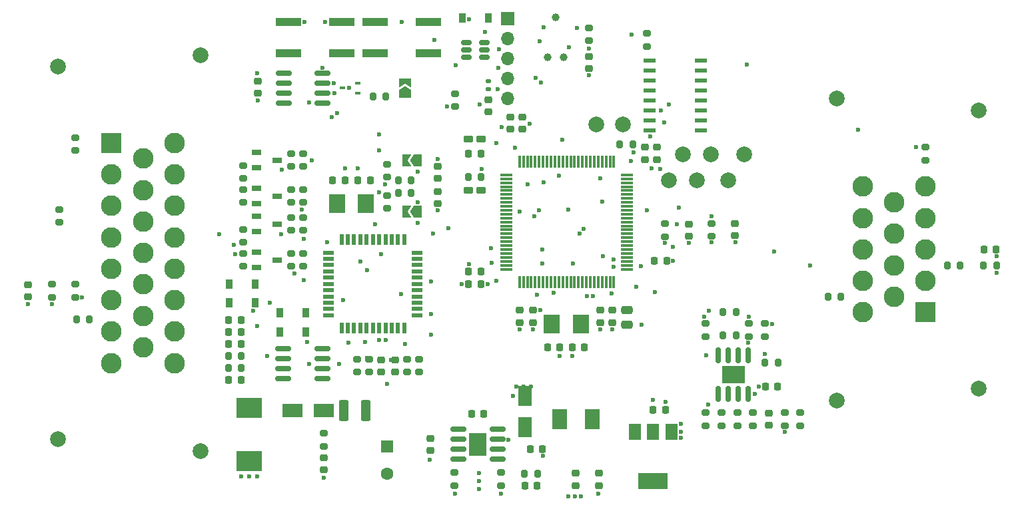
<source format=gbr>
%TF.GenerationSoftware,KiCad,Pcbnew,7.0.0-rc1-unknown-0.4.rc2.fc37*%
%TF.CreationDate,2023-02-14T20:33:30-08:00*%
%TF.ProjectId,prius_gen2,70726975-735f-4676-956e-322e6b696361,rev?*%
%TF.SameCoordinates,Original*%
%TF.FileFunction,Soldermask,Top*%
%TF.FilePolarity,Negative*%
%FSLAX46Y46*%
G04 Gerber Fmt 4.6, Leading zero omitted, Abs format (unit mm)*
G04 Created by KiCad (PCBNEW 7.0.0-rc1-unknown-0.4.rc2.fc37) date 2023-02-14 20:33:30*
%MOMM*%
%LPD*%
G01*
G04 APERTURE LIST*
G04 Aperture macros list*
%AMRoundRect*
0 Rectangle with rounded corners*
0 $1 Rounding radius*
0 $2 $3 $4 $5 $6 $7 $8 $9 X,Y pos of 4 corners*
0 Add a 4 corners polygon primitive as box body*
4,1,4,$2,$3,$4,$5,$6,$7,$8,$9,$2,$3,0*
0 Add four circle primitives for the rounded corners*
1,1,$1+$1,$2,$3*
1,1,$1+$1,$4,$5*
1,1,$1+$1,$6,$7*
1,1,$1+$1,$8,$9*
0 Add four rect primitives between the rounded corners*
20,1,$1+$1,$2,$3,$4,$5,0*
20,1,$1+$1,$4,$5,$6,$7,0*
20,1,$1+$1,$6,$7,$8,$9,0*
20,1,$1+$1,$8,$9,$2,$3,0*%
%AMFreePoly0*
4,1,6,1.000000,0.000000,0.500000,-0.750000,-0.500000,-0.750000,-0.500000,0.750000,0.500000,0.750000,1.000000,0.000000,1.000000,0.000000,$1*%
%AMFreePoly1*
4,1,6,0.500000,-0.750000,-0.650000,-0.750000,-0.150000,0.000000,-0.650000,0.750000,0.500000,0.750000,0.500000,-0.750000,0.500000,-0.750000,$1*%
G04 Aperture macros list end*
%ADD10RoundRect,0.200000X-0.275000X0.200000X-0.275000X-0.200000X0.275000X-0.200000X0.275000X0.200000X0*%
%ADD11RoundRect,0.225000X-0.250000X0.225000X-0.250000X-0.225000X0.250000X-0.225000X0.250000X0.225000X0*%
%ADD12RoundRect,0.225000X-0.225000X-0.250000X0.225000X-0.250000X0.225000X0.250000X-0.225000X0.250000X0*%
%ADD13RoundRect,0.200000X0.200000X0.275000X-0.200000X0.275000X-0.200000X-0.275000X0.200000X-0.275000X0*%
%ADD14RoundRect,0.225000X0.250000X-0.225000X0.250000X0.225000X-0.250000X0.225000X-0.250000X-0.225000X0*%
%ADD15R,3.200000X1.000000*%
%ADD16RoundRect,0.150000X-0.825000X-0.150000X0.825000X-0.150000X0.825000X0.150000X-0.825000X0.150000X0*%
%ADD17RoundRect,0.225000X0.225000X0.250000X-0.225000X0.250000X-0.225000X-0.250000X0.225000X-0.250000X0*%
%ADD18R,2.000000X2.400000*%
%ADD19RoundRect,0.212500X0.400000X0.212500X-0.400000X0.212500X-0.400000X-0.212500X0.400000X-0.212500X0*%
%ADD20RoundRect,0.200000X0.275000X-0.200000X0.275000X0.200000X-0.275000X0.200000X-0.275000X-0.200000X0*%
%ADD21RoundRect,0.200000X-0.200000X-0.275000X0.200000X-0.275000X0.200000X0.275000X-0.200000X0.275000X0*%
%ADD22FreePoly0,180.000000*%
%ADD23FreePoly1,180.000000*%
%ADD24RoundRect,0.250000X-0.375000X-1.075000X0.375000X-1.075000X0.375000X1.075000X-0.375000X1.075000X0*%
%ADD25R,0.700000X0.450000*%
%ADD26R,3.300000X2.500000*%
%ADD27R,2.500000X1.800000*%
%ADD28R,1.800000X2.500000*%
%ADD29RoundRect,0.250000X-0.475000X0.250000X-0.475000X-0.250000X0.475000X-0.250000X0.475000X0.250000X0*%
%ADD30FreePoly0,90.000000*%
%ADD31FreePoly1,90.000000*%
%ADD32R,1.500000X2.000000*%
%ADD33R,3.800000X2.000000*%
%ADD34R,2.290000X3.000000*%
%ADD35RoundRect,0.150000X0.150000X-0.825000X0.150000X0.825000X-0.150000X0.825000X-0.150000X-0.825000X0*%
%ADD36R,3.000000X2.290000*%
%ADD37R,1.900000X2.500000*%
%ADD38RoundRect,0.218750X0.218750X0.256250X-0.218750X0.256250X-0.218750X-0.256250X0.218750X-0.256250X0*%
%ADD39RoundRect,0.137500X-0.662500X-0.137500X0.662500X-0.137500X0.662500X0.137500X-0.662500X0.137500X0*%
%ADD40R,0.900000X1.200000*%
%ADD41RoundRect,0.150000X0.512500X0.150000X-0.512500X0.150000X-0.512500X-0.150000X0.512500X-0.150000X0*%
%ADD42R,1.220000X0.650000*%
%ADD43RoundRect,0.075000X0.075000X-0.725000X0.075000X0.725000X-0.075000X0.725000X-0.075000X-0.725000X0*%
%ADD44RoundRect,0.075000X0.725000X-0.075000X0.725000X0.075000X-0.725000X0.075000X-0.725000X-0.075000X0*%
%ADD45R,1.473200X0.508000*%
%ADD46R,0.508000X1.473200*%
%ADD47RoundRect,0.135000X0.185000X-0.135000X0.185000X0.135000X-0.185000X0.135000X-0.185000X-0.135000X0*%
%ADD48RoundRect,0.150000X0.825000X0.150000X-0.825000X0.150000X-0.825000X-0.150000X0.825000X-0.150000X0*%
%ADD49R,1.600000X1.600000*%
%ADD50C,1.600000*%
%ADD51C,2.000000*%
%ADD52R,2.625000X2.625000*%
%ADD53C,2.625000*%
%ADD54C,0.990600*%
%ADD55R,1.700000X1.700000*%
%ADD56O,1.700000X1.700000*%
%ADD57C,0.600000*%
G04 APERTURE END LIST*
D10*
%TO.C,R13*%
X91285500Y-104247000D03*
X91285500Y-105897000D03*
%TD*%
D11*
%TO.C,C29*%
X122873500Y-126295000D03*
X122873500Y-127845000D03*
%TD*%
%TO.C,C31*%
X136373500Y-123845000D03*
X136373500Y-125395000D03*
%TD*%
D12*
%TO.C,C32*%
X149082500Y-125210000D03*
X150632500Y-125210000D03*
%TD*%
%TO.C,C33*%
X141666000Y-120765000D03*
X143216000Y-120765000D03*
%TD*%
%TO.C,C34*%
X148423500Y-129845000D03*
X149973500Y-129845000D03*
%TD*%
D13*
%TO.C,R29*%
X150023500Y-128345000D03*
X148373500Y-128345000D03*
%TD*%
D10*
%TO.C,R7*%
X130871000Y-88977000D03*
X130871000Y-90627000D03*
%TD*%
%TO.C,R42*%
X199322500Y-86782000D03*
X199322500Y-88432000D03*
%TD*%
%TO.C,R28*%
X145373500Y-128195000D03*
X145373500Y-129845000D03*
%TD*%
D11*
%TO.C,C35*%
X154873500Y-128295000D03*
X154873500Y-129845000D03*
%TD*%
%TO.C,C36*%
X157795000Y-128295000D03*
X157795000Y-129845000D03*
%TD*%
D12*
%TO.C,C37*%
X164703500Y-120193500D03*
X166253500Y-120193500D03*
%TD*%
D14*
%TO.C,C13*%
X137328500Y-90777000D03*
X137328500Y-89227000D03*
%TD*%
D11*
%TO.C,C14*%
X137328500Y-92452000D03*
X137328500Y-94002000D03*
%TD*%
%TO.C,C15*%
X85285500Y-104297000D03*
X85285500Y-105847000D03*
%TD*%
D15*
%TO.C,SW1*%
X129340499Y-70828999D03*
X136140499Y-70828999D03*
X129340499Y-74828999D03*
X136140499Y-74828999D03*
%TD*%
D16*
%TO.C,U4*%
X117765000Y-77374500D03*
X117765000Y-78644500D03*
X117765000Y-79914500D03*
X117765000Y-81184500D03*
X122715000Y-81184500D03*
X122715000Y-79914500D03*
X122715000Y-78644500D03*
X122715000Y-77374500D03*
%TD*%
D17*
%TO.C,C6*%
X142822000Y-102604000D03*
X141272000Y-102604000D03*
%TD*%
D11*
%TO.C,C38*%
X169225000Y-96571500D03*
X169225000Y-98121500D03*
%TD*%
%TO.C,C41*%
X175130500Y-96529500D03*
X175130500Y-98079500D03*
%TD*%
D10*
%TO.C,R11*%
X88285500Y-104247000D03*
X88285500Y-105897000D03*
%TD*%
D13*
%TO.C,R12*%
X93087500Y-108700000D03*
X91437500Y-108700000D03*
%TD*%
%TO.C,R10*%
X133982000Y-92599500D03*
X132332000Y-92599500D03*
%TD*%
%TO.C,R25*%
X130755000Y-80315500D03*
X129105000Y-80315500D03*
%TD*%
D10*
%TO.C,R26*%
X122873500Y-123195000D03*
X122873500Y-124845000D03*
%TD*%
D18*
%TO.C,Y1*%
X151817499Y-109334999D03*
X155517499Y-109334999D03*
%TD*%
D15*
%TO.C,SW2*%
X118340499Y-70828999D03*
X125140499Y-70828999D03*
X118340499Y-74828999D03*
X125140499Y-74828999D03*
%TD*%
D19*
%TO.C,D2*%
X142817500Y-92317000D03*
X141192500Y-92317000D03*
%TD*%
D20*
%TO.C,R8*%
X130871000Y-94602500D03*
X130871000Y-92952500D03*
%TD*%
D13*
%TO.C,R9*%
X133982000Y-90983500D03*
X132332000Y-90983500D03*
%TD*%
D10*
%TO.C,R35*%
X166225000Y-96521500D03*
X166225000Y-98171500D03*
%TD*%
D21*
%TO.C,R30*%
X186940500Y-105831000D03*
X188590500Y-105831000D03*
%TD*%
D22*
%TO.C,JP2*%
X134778500Y-95002000D03*
D23*
X133328500Y-95002000D03*
%TD*%
D24*
%TO.C,L1*%
X125373500Y-120345000D03*
X128173500Y-120345000D03*
%TD*%
D10*
%TO.C,R1*%
X156525000Y-71616500D03*
X156525000Y-73266500D03*
%TD*%
D25*
%TO.C,D3*%
X127194999Y-79929499D03*
X127194999Y-78629499D03*
X125194999Y-79279499D03*
%TD*%
D26*
%TO.C,D4*%
X113373499Y-119944999D03*
X113373499Y-126744999D03*
%TD*%
D27*
%TO.C,D5*%
X122873499Y-120344999D03*
X118873499Y-120344999D03*
%TD*%
D28*
%TO.C,D6*%
X148396999Y-122447499D03*
X148396999Y-118447499D03*
%TD*%
D29*
%TO.C,FB1*%
X161414500Y-107496000D03*
X161414500Y-109396000D03*
%TD*%
D10*
%TO.C,R45*%
X172130500Y-96479500D03*
X172130500Y-98129500D03*
%TD*%
%TO.C,R27*%
X139473500Y-128195000D03*
X139473500Y-129845000D03*
%TD*%
D13*
%TO.C,R6*%
X142850000Y-90602500D03*
X141200000Y-90602500D03*
%TD*%
D10*
%TO.C,R2*%
X139507000Y-79998500D03*
X139507000Y-81648500D03*
%TD*%
D30*
%TO.C,JP3*%
X133215000Y-80004500D03*
D31*
X133215000Y-78554500D03*
%TD*%
D22*
%TO.C,JP1*%
X134778500Y-88502000D03*
D23*
X133328500Y-88502000D03*
%TD*%
D32*
%TO.C,U6*%
X167022999Y-122976999D03*
X164722999Y-122976999D03*
D33*
X164722999Y-129276999D03*
D32*
X162422999Y-122976999D03*
%TD*%
D16*
%TO.C,U5*%
X139968500Y-122690000D03*
X139968500Y-123960000D03*
X139968500Y-125230000D03*
X139968500Y-126500000D03*
X144918500Y-126500000D03*
X144918500Y-125230000D03*
X144918500Y-123960000D03*
X144918500Y-122690000D03*
D34*
X142443499Y-124594999D03*
%TD*%
D10*
%TO.C,R18*%
X163954500Y-72315000D03*
X163954500Y-73965000D03*
%TD*%
D12*
%TO.C,C17*%
X206739000Y-99798500D03*
X208289000Y-99798500D03*
%TD*%
D21*
%TO.C,R16*%
X202102500Y-101830500D03*
X203752500Y-101830500D03*
%TD*%
%TO.C,R17*%
X206689500Y-101830500D03*
X208339500Y-101830500D03*
%TD*%
D35*
%TO.C,U7*%
X173006500Y-118221500D03*
X174276500Y-118221500D03*
X175546500Y-118221500D03*
X176816500Y-118221500D03*
X176816500Y-113271500D03*
X175546500Y-113271500D03*
X174276500Y-113271500D03*
X173006500Y-113271500D03*
D36*
X174911499Y-115746499D03*
%TD*%
D13*
%TO.C,R41*%
X175236500Y-107746500D03*
X173586500Y-107746500D03*
%TD*%
D11*
%TO.C,C39*%
X179411500Y-120646500D03*
X179411500Y-122196500D03*
%TD*%
D17*
%TO.C,C40*%
X180511500Y-117246500D03*
X178961500Y-117246500D03*
%TD*%
D20*
%TO.C,R43*%
X171411500Y-122246500D03*
X171411500Y-120596500D03*
%TD*%
D13*
%TO.C,R34*%
X180561500Y-114246500D03*
X178911500Y-114246500D03*
%TD*%
D20*
%TO.C,R38*%
X171411500Y-110896500D03*
X171411500Y-109246500D03*
%TD*%
%TO.C,R36*%
X181411500Y-122246500D03*
X181411500Y-120596500D03*
%TD*%
D10*
%TO.C,R37*%
X177411500Y-120596500D03*
X177411500Y-122246500D03*
%TD*%
D20*
%TO.C,R33*%
X176911500Y-110896500D03*
X176911500Y-109246500D03*
%TD*%
D10*
%TO.C,R31*%
X175411500Y-120596500D03*
X175411500Y-122246500D03*
%TD*%
%TO.C,R32*%
X183411500Y-120596500D03*
X183411500Y-122246500D03*
%TD*%
D20*
%TO.C,R39*%
X178911500Y-110896500D03*
X178911500Y-109246500D03*
%TD*%
D10*
%TO.C,R40*%
X173411500Y-120596500D03*
X173411500Y-122246500D03*
%TD*%
D13*
%TO.C,R44*%
X175236500Y-110746500D03*
X173586500Y-110746500D03*
%TD*%
D37*
%TO.C,L2*%
X152854999Y-121399499D03*
X156954999Y-121399499D03*
%TD*%
D12*
%TO.C,C2*%
X154416500Y-112256000D03*
X155966500Y-112256000D03*
%TD*%
D11*
%TO.C,C7*%
X147762000Y-107544000D03*
X147762000Y-109094000D03*
%TD*%
%TO.C,C4*%
X159509500Y-107544000D03*
X159509500Y-109094000D03*
%TD*%
%TO.C,C8*%
X149476500Y-107544000D03*
X149476500Y-109094000D03*
%TD*%
D12*
%TO.C,C9*%
X164894000Y-101270500D03*
X166444000Y-101270500D03*
%TD*%
D14*
%TO.C,C11*%
X146525000Y-84500000D03*
X146525000Y-82950000D03*
%TD*%
D17*
%TO.C,C12*%
X142822000Y-104255000D03*
X141272000Y-104255000D03*
%TD*%
D14*
%TO.C,C3*%
X156525000Y-76772500D03*
X156525000Y-75222500D03*
%TD*%
D11*
%TO.C,C5*%
X157985500Y-107544000D03*
X157985500Y-109094000D03*
%TD*%
D14*
%TO.C,C28*%
X114488000Y-79947500D03*
X114488000Y-78397500D03*
%TD*%
D17*
%TO.C,C1*%
X152855000Y-112256000D03*
X151305000Y-112256000D03*
%TD*%
D38*
%TO.C,R5*%
X142812500Y-87599500D03*
X141237500Y-87599500D03*
%TD*%
D19*
%TO.C,D1*%
X142817500Y-85749500D03*
X141192500Y-85749500D03*
%TD*%
D13*
%TO.C,R3*%
X160475000Y-86475000D03*
X162125000Y-86475000D03*
%TD*%
D14*
%TO.C,C10*%
X165175000Y-88350000D03*
X165175000Y-86800000D03*
%TD*%
D39*
%TO.C,U2*%
X164260500Y-75743500D03*
X164260500Y-77013500D03*
X164260500Y-78283500D03*
X164260500Y-79553500D03*
X164260500Y-80823500D03*
X164260500Y-82093500D03*
X164260500Y-83363500D03*
X164260500Y-84633500D03*
X170760500Y-84633500D03*
X170760500Y-83363500D03*
X170760500Y-82093500D03*
X170760500Y-80823500D03*
X170760500Y-79553500D03*
X170760500Y-78283500D03*
X170760500Y-77013500D03*
X170760500Y-75743500D03*
%TD*%
D20*
%TO.C,R54*%
X118679000Y-97396500D03*
X118679000Y-95746500D03*
%TD*%
D40*
%TO.C,D9*%
X120582999Y-107874499D03*
X117282999Y-107874499D03*
%TD*%
D41*
%TO.C,U9*%
X143262500Y-75350000D03*
X143262500Y-74400000D03*
X143262500Y-73450000D03*
X140987500Y-73450000D03*
X140987500Y-74400000D03*
X140987500Y-75350000D03*
%TD*%
D14*
%TO.C,C26*%
X148050000Y-84500000D03*
X148050000Y-82950000D03*
%TD*%
D20*
%TO.C,R23*%
X127061000Y-115430500D03*
X127061000Y-113780500D03*
%TD*%
D14*
%TO.C,C21*%
X130109000Y-115380500D03*
X130109000Y-113830500D03*
%TD*%
%TO.C,C27*%
X163675000Y-88350000D03*
X163675000Y-86800000D03*
%TD*%
D20*
%TO.C,R24*%
X128585000Y-115430500D03*
X128585000Y-113780500D03*
%TD*%
%TO.C,R47*%
X118679000Y-89268500D03*
X118679000Y-87618500D03*
%TD*%
D40*
%TO.C,D8*%
X110805999Y-106604499D03*
X114105999Y-106604499D03*
%TD*%
D17*
%TO.C,C25*%
X112342000Y-111811500D03*
X110792000Y-111811500D03*
%TD*%
D42*
%TO.C,Q3*%
X114320999Y-95621499D03*
X114320999Y-97521499D03*
X116940999Y-96571499D03*
%TD*%
D17*
%TO.C,C23*%
X112342000Y-108763500D03*
X110792000Y-108763500D03*
%TD*%
D42*
%TO.C,Q4*%
X114320999Y-100193499D03*
X114320999Y-102093499D03*
X116940999Y-101143499D03*
%TD*%
D20*
%TO.C,R51*%
X133411000Y-115430500D03*
X133411000Y-113780500D03*
%TD*%
D10*
%TO.C,R57*%
X118679000Y-100318500D03*
X118679000Y-101968500D03*
%TD*%
D40*
%TO.C,D11*%
X140449999Y-70374999D03*
X143749999Y-70374999D03*
%TD*%
D10*
%TO.C,R56*%
X120203000Y-100318500D03*
X120203000Y-101968500D03*
%TD*%
D43*
%TO.C,U1*%
X147731000Y-103992500D03*
X148231000Y-103992500D03*
X148731000Y-103992500D03*
X149231000Y-103992500D03*
X149731000Y-103992500D03*
X150231000Y-103992500D03*
X150731000Y-103992500D03*
X151231000Y-103992500D03*
X151731000Y-103992500D03*
X152231000Y-103992500D03*
X152731000Y-103992500D03*
X153231000Y-103992500D03*
X153731000Y-103992500D03*
X154231000Y-103992500D03*
X154731000Y-103992500D03*
X155231000Y-103992500D03*
X155731000Y-103992500D03*
X156231000Y-103992500D03*
X156731000Y-103992500D03*
X157231000Y-103992500D03*
X157731000Y-103992500D03*
X158231000Y-103992500D03*
X158731000Y-103992500D03*
X159231000Y-103992500D03*
X159731000Y-103992500D03*
D44*
X161406000Y-102317500D03*
X161406000Y-101817500D03*
X161406000Y-101317500D03*
X161406000Y-100817500D03*
X161406000Y-100317500D03*
X161406000Y-99817500D03*
X161406000Y-99317500D03*
X161406000Y-98817500D03*
X161406000Y-98317500D03*
X161406000Y-97817500D03*
X161406000Y-97317500D03*
X161406000Y-96817500D03*
X161406000Y-96317500D03*
X161406000Y-95817500D03*
X161406000Y-95317500D03*
X161406000Y-94817500D03*
X161406000Y-94317500D03*
X161406000Y-93817500D03*
X161406000Y-93317500D03*
X161406000Y-92817500D03*
X161406000Y-92317500D03*
X161406000Y-91817500D03*
X161406000Y-91317500D03*
X161406000Y-90817500D03*
X161406000Y-90317500D03*
D43*
X159731000Y-88642500D03*
X159231000Y-88642500D03*
X158731000Y-88642500D03*
X158231000Y-88642500D03*
X157731000Y-88642500D03*
X157231000Y-88642500D03*
X156731000Y-88642500D03*
X156231000Y-88642500D03*
X155731000Y-88642500D03*
X155231000Y-88642500D03*
X154731000Y-88642500D03*
X154231000Y-88642500D03*
X153731000Y-88642500D03*
X153231000Y-88642500D03*
X152731000Y-88642500D03*
X152231000Y-88642500D03*
X151731000Y-88642500D03*
X151231000Y-88642500D03*
X150731000Y-88642500D03*
X150231000Y-88642500D03*
X149731000Y-88642500D03*
X149231000Y-88642500D03*
X148731000Y-88642500D03*
X148231000Y-88642500D03*
X147731000Y-88642500D03*
D44*
X146056000Y-90317500D03*
X146056000Y-90817500D03*
X146056000Y-91317500D03*
X146056000Y-91817500D03*
X146056000Y-92317500D03*
X146056000Y-92817500D03*
X146056000Y-93317500D03*
X146056000Y-93817500D03*
X146056000Y-94317500D03*
X146056000Y-94817500D03*
X146056000Y-95317500D03*
X146056000Y-95817500D03*
X146056000Y-96317500D03*
X146056000Y-96817500D03*
X146056000Y-97317500D03*
X146056000Y-97817500D03*
X146056000Y-98317500D03*
X146056000Y-98817500D03*
X146056000Y-99317500D03*
X146056000Y-99817500D03*
X146056000Y-100317500D03*
X146056000Y-100817500D03*
X146056000Y-101317500D03*
X146056000Y-101817500D03*
X146056000Y-102317500D03*
%TD*%
D13*
%TO.C,R22*%
X112392000Y-114859500D03*
X110742000Y-114859500D03*
%TD*%
D10*
%TO.C,R53*%
X112583000Y-92190500D03*
X112583000Y-93840500D03*
%TD*%
D40*
%TO.C,D7*%
X114105999Y-104191499D03*
X110805999Y-104191499D03*
%TD*%
D45*
%TO.C,U3*%
X134706399Y-108179299D03*
X134706399Y-107391899D03*
X134706399Y-106579099D03*
X134706399Y-105791699D03*
X134706399Y-104978899D03*
X134706399Y-104191499D03*
X134706399Y-103404099D03*
X134706399Y-102591299D03*
X134706399Y-101803899D03*
X134706399Y-100991099D03*
X134706399Y-100203699D03*
D46*
X133080799Y-98578099D03*
X132293399Y-98578099D03*
X131480599Y-98578099D03*
X130693199Y-98578099D03*
X129880399Y-98578099D03*
X129092999Y-98578099D03*
X128305599Y-98578099D03*
X127492799Y-98578099D03*
X126705399Y-98578099D03*
X125892599Y-98578099D03*
X125105199Y-98578099D03*
D45*
X123479599Y-100203699D03*
X123479599Y-100991099D03*
X123479599Y-101803899D03*
X123479599Y-102591299D03*
X123479599Y-103404099D03*
X123479599Y-104191499D03*
X123479599Y-104978899D03*
X123479599Y-105791699D03*
X123479599Y-106579099D03*
X123479599Y-107391899D03*
X123479599Y-108179299D03*
D46*
X125105199Y-109804899D03*
X125892599Y-109804899D03*
X126705399Y-109804899D03*
X127492799Y-109804899D03*
X128305599Y-109804899D03*
X129092999Y-109804899D03*
X129880399Y-109804899D03*
X130693199Y-109804899D03*
X131480599Y-109804899D03*
X132293399Y-109804899D03*
X133080799Y-109804899D03*
%TD*%
D20*
%TO.C,R49*%
X120203000Y-93840500D03*
X120203000Y-92190500D03*
%TD*%
D17*
%TO.C,C20*%
X112342000Y-116383500D03*
X110792000Y-116383500D03*
%TD*%
D10*
%TO.C,R55*%
X120203000Y-95746500D03*
X120203000Y-97396500D03*
%TD*%
%TO.C,R20*%
X91247000Y-85586500D03*
X91247000Y-87236500D03*
%TD*%
%TO.C,R50*%
X118679000Y-92190500D03*
X118679000Y-93840500D03*
%TD*%
D21*
%TO.C,R21*%
X110742000Y-113335500D03*
X112392000Y-113335500D03*
%TD*%
D17*
%TO.C,C24*%
X112342000Y-110287500D03*
X110792000Y-110287500D03*
%TD*%
D10*
%TO.C,R59*%
X112583000Y-100318500D03*
X112583000Y-101968500D03*
%TD*%
%TO.C,R52*%
X112583000Y-89124500D03*
X112583000Y-90774500D03*
%TD*%
D12*
%TO.C,C18*%
X127200000Y-90983500D03*
X128750000Y-90983500D03*
%TD*%
D20*
%TO.C,R48*%
X120203000Y-89268500D03*
X120203000Y-87618500D03*
%TD*%
D14*
%TO.C,C22*%
X131887000Y-115380500D03*
X131887000Y-113830500D03*
%TD*%
D10*
%TO.C,R19*%
X89215000Y-94730500D03*
X89215000Y-96380500D03*
%TD*%
D42*
%TO.C,Q1*%
X114320999Y-87493499D03*
X114320999Y-89393499D03*
X116940999Y-88443499D03*
%TD*%
D11*
%TO.C,C16*%
X143800000Y-80775000D03*
X143800000Y-82325000D03*
%TD*%
D47*
%TO.C,R14*%
X143800000Y-79393000D03*
X143800000Y-78373000D03*
%TD*%
D42*
%TO.C,Q2*%
X114320999Y-92065499D03*
X114320999Y-93965499D03*
X116940999Y-93015499D03*
%TD*%
D20*
%TO.C,R46*%
X134935000Y-115430500D03*
X134935000Y-113780500D03*
%TD*%
D48*
%TO.C,U8*%
X122678000Y-116256500D03*
X122678000Y-114986500D03*
X122678000Y-113716500D03*
X122678000Y-112446500D03*
X117728000Y-112446500D03*
X117728000Y-113716500D03*
X117728000Y-114986500D03*
X117728000Y-116256500D03*
%TD*%
D18*
%TO.C,Y2*%
X128224999Y-93983499D03*
X124524999Y-93983499D03*
%TD*%
D40*
%TO.C,D10*%
X117282999Y-110287499D03*
X120582999Y-110287499D03*
%TD*%
D17*
%TO.C,C19*%
X125550000Y-90983500D03*
X124000000Y-90983500D03*
%TD*%
D10*
%TO.C,R58*%
X112583000Y-97270500D03*
X112583000Y-98920500D03*
%TD*%
D49*
%TO.C,C30*%
X130873499Y-124844999D03*
D50*
X130873500Y-128345000D03*
%TD*%
D51*
%TO.C,J3*%
X107183000Y-75054500D03*
X89083000Y-76554500D03*
X89083000Y-123954500D03*
X107183000Y-125454500D03*
D52*
X95882999Y-86254499D03*
D53*
X95883000Y-90254500D03*
X95883000Y-94254500D03*
X95883000Y-98254500D03*
X95883000Y-102254500D03*
X95883000Y-106254500D03*
X95883000Y-110254500D03*
X95883000Y-114254500D03*
X99883000Y-88254500D03*
X99883000Y-92254500D03*
X99883000Y-96254500D03*
X99883000Y-100254500D03*
X99883000Y-104254500D03*
X99883000Y-108254500D03*
X99883000Y-112254500D03*
X103883000Y-86254500D03*
X103883000Y-90254500D03*
X103883000Y-94254500D03*
X103883000Y-98254500D03*
X103883000Y-102254500D03*
X103883000Y-106254500D03*
X103883000Y-110254500D03*
X103883000Y-114254500D03*
%TD*%
D54*
%TO.C,J2*%
X152355000Y-70289000D03*
X153371000Y-75369000D03*
X151339000Y-75369000D03*
%TD*%
D51*
%TO.C,J4*%
X188023000Y-119009500D03*
X206123000Y-117509500D03*
X206123000Y-82109500D03*
X188023000Y-80609500D03*
D52*
X199322999Y-107809499D03*
D53*
X199323000Y-103809500D03*
X199323000Y-99809500D03*
X199323000Y-95809500D03*
X199323000Y-91809500D03*
X195323000Y-105809500D03*
X195323000Y-101809500D03*
X195323000Y-97809500D03*
X195323000Y-93809500D03*
X191323000Y-107809500D03*
X191323000Y-103809500D03*
X191323000Y-99809500D03*
X191323000Y-95809500D03*
X191323000Y-91809500D03*
%TD*%
D55*
%TO.C,J5*%
X146249999Y-70454999D03*
D56*
X146249999Y-72994999D03*
X146249999Y-75534999D03*
X146249999Y-78074999D03*
X146249999Y-80614999D03*
%TD*%
D51*
%TO.C,TP6*%
X170241000Y-90983500D03*
%TD*%
%TO.C,TP3*%
X157500000Y-83871500D03*
%TD*%
%TO.C,TP4*%
X172019000Y-87681500D03*
%TD*%
%TO.C,TP7*%
X166685000Y-90983500D03*
%TD*%
%TO.C,TP9*%
X176275000Y-87750000D03*
%TD*%
%TO.C,TP8*%
X174225000Y-90975000D03*
%TD*%
%TO.C,TP1*%
X160843000Y-83871500D03*
%TD*%
%TO.C,TP5*%
X168463000Y-87681500D03*
%TD*%
D57*
X190750000Y-84558500D03*
X168209000Y-122035000D03*
X164335500Y-85395500D03*
X208339500Y-102783000D03*
X168000000Y-94475000D03*
X158000000Y-90750000D03*
X169240000Y-98971500D03*
X114424500Y-77394500D03*
X165575000Y-89550000D03*
X148270000Y-117272500D03*
X158250000Y-93750000D03*
X144800000Y-103775000D03*
X136332000Y-126543500D03*
X145075000Y-76725000D03*
X178115000Y-117272500D03*
X166192000Y-98971500D03*
X144975000Y-79425000D03*
X149222500Y-117272500D03*
X142555000Y-130290000D03*
X146301500Y-124067000D03*
X168209000Y-123813000D03*
X144075000Y-99650000D03*
X155572500Y-131242500D03*
X152104000Y-105334500D03*
X120393500Y-70854000D03*
X179829500Y-109271500D03*
X88326000Y-106731500D03*
X140396000Y-104255000D03*
X150775000Y-91250000D03*
X150600000Y-99800000D03*
X137348000Y-94857000D03*
X156588500Y-77648500D03*
X149476500Y-109970000D03*
X128077000Y-111557500D03*
X150625000Y-101600000D03*
X163129000Y-101969000D03*
X137348000Y-88316500D03*
X113345000Y-128702500D03*
X150683000Y-126035500D03*
X141285000Y-101715000D03*
X125575000Y-89483500D03*
X130109000Y-100381500D03*
X133157000Y-111811500D03*
X145150000Y-74300000D03*
X122870000Y-128829500D03*
X142555000Y-128258000D03*
X139507000Y-130861500D03*
X144206000Y-101524500D03*
X147762000Y-109970000D03*
X126000000Y-111700000D03*
X208339500Y-100687500D03*
X166304000Y-119177500D03*
X145349000Y-130861500D03*
X177607000Y-118225000D03*
X153162000Y-85852000D03*
X147750000Y-94950000D03*
X157731500Y-130925000D03*
X157985500Y-109970000D03*
X167193000Y-101270500D03*
X175145500Y-98908000D03*
X147317500Y-117272500D03*
X132649000Y-105461500D03*
X125283000Y-106223500D03*
X143375000Y-72100000D03*
X168209000Y-122987500D03*
X154429500Y-113335500D03*
X138554500Y-81649000D03*
X85278000Y-106731500D03*
X162600000Y-104575000D03*
X123251000Y-98857500D03*
X153921500Y-131242500D03*
X154747000Y-131242500D03*
X152842000Y-113335500D03*
X157096500Y-105779000D03*
X158300000Y-100650000D03*
X154048500Y-74092500D03*
X159509500Y-109970000D03*
X112329000Y-128702500D03*
X176654500Y-76315000D03*
X127175000Y-89483500D03*
X146936500Y-118415500D03*
X114361000Y-128702500D03*
X161900000Y-88550000D03*
X123060500Y-70854000D03*
X172161000Y-98908000D03*
X126045000Y-79271500D03*
X122679500Y-76696000D03*
X142555000Y-129274000D03*
X162225000Y-87425000D03*
X120965000Y-81077500D03*
X132737500Y-70829000D03*
X143698000Y-104255000D03*
X156271000Y-105715500D03*
X142936000Y-89586500D03*
X139600000Y-76325000D03*
X147190500Y-86856000D03*
X149921000Y-105588500D03*
X163891000Y-94793500D03*
X164526000Y-89459500D03*
X163258500Y-109396000D03*
X164653000Y-118923500D03*
X155064500Y-71616000D03*
X150378500Y-107544000D03*
X136903500Y-73140000D03*
X153921500Y-94764900D03*
X156525000Y-74219500D03*
X136509500Y-110618000D03*
X161986000Y-72505000D03*
X114488000Y-80887000D03*
X134808000Y-93841000D03*
X171447500Y-113272000D03*
X136509500Y-108052000D03*
X134808000Y-89904000D03*
X181417000Y-123051000D03*
X136509500Y-103887000D03*
X134808000Y-96444500D03*
X129347000Y-96571500D03*
X141350000Y-70500000D03*
X115631000Y-113335500D03*
X112424500Y-113208500D03*
X124775000Y-114351500D03*
X130871000Y-116891500D03*
X138681500Y-97143000D03*
X155856234Y-97159000D03*
X155344929Y-97786000D03*
X136776500Y-97778000D03*
X124160000Y-78644500D03*
X124223500Y-79914500D03*
X117505000Y-89649500D03*
X117455000Y-97849500D03*
X116005000Y-106549500D03*
X149823500Y-77985618D03*
X145476000Y-84200000D03*
X150325000Y-73275000D03*
X150775000Y-71550000D03*
X150501500Y-78550000D03*
X149032000Y-83825000D03*
X176908500Y-108382500D03*
X178877000Y-113081500D03*
X176816500Y-111713000D03*
X171233675Y-108390275D03*
X144750000Y-86300000D03*
X152750000Y-90400000D03*
X124561600Y-82453700D03*
X150215600Y-94792800D03*
X123850400Y-83007200D03*
X149580600Y-95580200D03*
X166685000Y-81331500D03*
X165669000Y-82093500D03*
X166166228Y-83606728D03*
X184654000Y-101830500D03*
X114361000Y-109525500D03*
X113924194Y-107564694D03*
X121355000Y-88449500D03*
X111455000Y-99199500D03*
X119155000Y-102889500D03*
X120055000Y-94699500D03*
X120711000Y-111557500D03*
X120965000Y-114351500D03*
X120355000Y-98499500D03*
X120305000Y-103699500D03*
X148803000Y-91547000D03*
X142675000Y-81400000D03*
X109535000Y-97841500D03*
X128331000Y-113589500D03*
X131379000Y-113843500D03*
X111567000Y-100381500D03*
X129855000Y-92507500D03*
X129855000Y-87173500D03*
X127492800Y-101321300D03*
X128331000Y-102413500D03*
X130617000Y-91526500D03*
X129855000Y-85141500D03*
X130718600Y-111303500D03*
X129880400Y-111303500D03*
X92136000Y-105906000D03*
X154550000Y-101600000D03*
X159668003Y-102018003D03*
X180084750Y-100065250D03*
X167750000Y-96571500D03*
X172161000Y-95542500D03*
X167200000Y-99477500D03*
X159700000Y-101100000D03*
X198116000Y-86781000D03*
X171685500Y-119542500D03*
X159400000Y-105400000D03*
X171828500Y-107600000D03*
X164950000Y-105250000D03*
M02*

</source>
